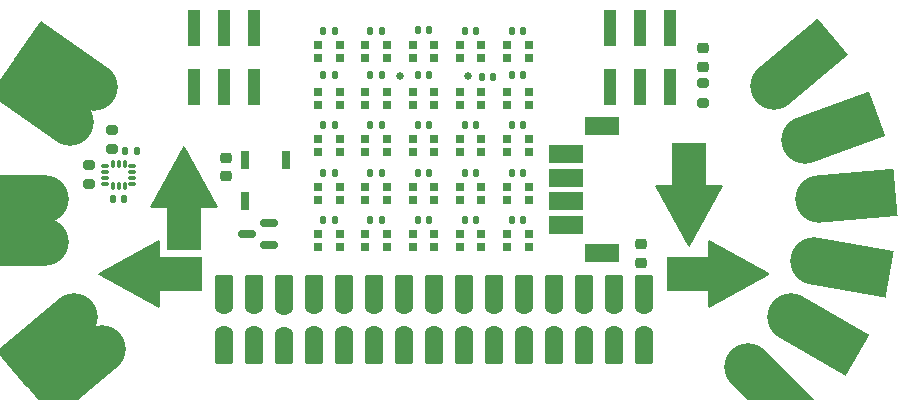
<source format=gbr>
%TF.GenerationSoftware,KiCad,Pcbnew,8.0.5-8.0.5-0~ubuntu22.04.1*%
%TF.CreationDate,2024-11-27T13:58:37+01:00*%
%TF.ProjectId,nerdYcontroller,6e657264-5963-46f6-9e74-726f6c6c6572,rev?*%
%TF.SameCoordinates,Original*%
%TF.FileFunction,Soldermask,Top*%
%TF.FilePolarity,Negative*%
%FSLAX46Y46*%
G04 Gerber Fmt 4.6, Leading zero omitted, Abs format (unit mm)*
G04 Created by KiCad (PCBNEW 8.0.5-8.0.5-0~ubuntu22.04.1) date 2024-11-27 13:58:37*
%MOMM*%
%LPD*%
G01*
G04 APERTURE LIST*
G04 Aperture macros list*
%AMRoundRect*
0 Rectangle with rounded corners*
0 $1 Rounding radius*
0 $2 $3 $4 $5 $6 $7 $8 $9 X,Y pos of 4 corners*
0 Add a 4 corners polygon primitive as box body*
4,1,4,$2,$3,$4,$5,$6,$7,$8,$9,$2,$3,0*
0 Add four circle primitives for the rounded corners*
1,1,$1+$1,$2,$3*
1,1,$1+$1,$4,$5*
1,1,$1+$1,$6,$7*
1,1,$1+$1,$8,$9*
0 Add four rect primitives between the rounded corners*
20,1,$1+$1,$2,$3,$4,$5,0*
20,1,$1+$1,$4,$5,$6,$7,0*
20,1,$1+$1,$6,$7,$8,$9,0*
20,1,$1+$1,$8,$9,$2,$3,0*%
%AMFreePoly0*
4,1,16,2.068441,2.822910,2.098225,2.768757,2.100000,2.750000,2.100000,-2.750000,2.080902,-2.808779,2.030902,-2.845106,1.969098,-2.845106,1.951808,-2.837622,-3.048192,-0.087622,-3.090491,-0.042561,-3.098225,0.018757,-3.068441,0.072910,-3.048192,0.087622,1.951808,2.837622,2.012515,2.849214,2.068441,2.822910,2.068441,2.822910,$1*%
%AMFreePoly1*
4,1,26,6.500000,-2.000000,0.000000,-2.000000,-0.284630,-1.979643,-0.563465,-1.918986,-0.830830,-1.819264,-1.081282,-1.682507,-1.309721,-1.511499,-1.511499,-1.309721,-1.682507,-1.081283,-1.819264,-0.830830,-1.918986,-0.563465,-1.979643,-0.284630,-2.000000,0.000000,-1.979643,0.284630,-1.918986,0.563465,-1.819264,0.830830,-1.682507,1.081282,-1.511499,1.309721,-1.309721,1.511499,-1.081283,1.682507,
-0.830830,1.819264,-0.563465,1.918986,-0.284630,1.979643,0.000000,2.000000,6.500000,2.000000,6.500000,-2.000000,6.500000,-2.000000,$1*%
%AMFreePoly2*
4,1,35,6.858779,1.980902,6.895106,1.930901,6.900000,1.900000,6.900000,-1.900000,6.880902,-1.958779,6.830902,-1.995106,6.800000,-2.000000,0.000000,-2.000000,-0.284630,-1.979643,-0.563465,-1.918986,-0.830830,-1.819264,-1.081282,-1.682507,-1.309721,-1.511499,-1.511499,-1.309721,-1.682507,-1.081283,-1.819264,-0.830830,-1.918986,-0.563465,-1.979643,-0.284630,-2.000000,0.000000,-1.979643,0.284630,
-1.918986,0.563465,-1.819264,0.830830,-1.682507,1.081282,-1.511499,1.309721,-1.309721,1.511499,-1.081283,1.682507,-0.830830,1.819264,-0.563465,1.918986,-0.284630,1.979643,-0.267027,1.980902,-0.138852,1.990069,-0.133394,1.994260,-0.100000,2.000000,6.800000,2.000000,6.858779,1.980902,6.858779,1.980902,$1*%
G04 Aperture macros list end*
%ADD10RoundRect,0.140000X0.140000X0.170000X-0.140000X0.170000X-0.140000X-0.170000X0.140000X-0.170000X0*%
%ADD11FreePoly0,270.000000*%
%ADD12R,3.000000X3.700200*%
%ADD13R,0.700000X0.700000*%
%ADD14C,1.600000*%
%ADD15RoundRect,0.102000X-0.635000X-1.145000X0.635000X-1.145000X0.635000X1.145000X-0.635000X1.145000X0*%
%ADD16R,1.000000X3.150000*%
%ADD17FreePoly1,40.000000*%
%ADD18RoundRect,0.087500X-0.225000X-0.087500X0.225000X-0.087500X0.225000X0.087500X-0.225000X0.087500X0*%
%ADD19RoundRect,0.087500X-0.087500X-0.225000X0.087500X-0.225000X0.087500X0.225000X-0.087500X0.225000X0*%
%ADD20FreePoly2,220.000000*%
%ADD21FreePoly0,0.000000*%
%ADD22R,3.700200X3.000000*%
%ADD23RoundRect,0.140000X-0.140000X-0.170000X0.140000X-0.170000X0.140000X0.170000X-0.140000X0.170000X0*%
%ADD24RoundRect,0.218750X-0.256250X0.218750X-0.256250X-0.218750X0.256250X-0.218750X0.256250X0.218750X0*%
%ADD25FreePoly1,315.000000*%
%ADD26RoundRect,0.225000X0.250000X-0.225000X0.250000X0.225000X-0.250000X0.225000X-0.250000X-0.225000X0*%
%ADD27R,0.800000X1.500000*%
%ADD28R,3.000000X1.500000*%
%ADD29R,3.000000X1.600000*%
%ADD30RoundRect,0.200000X0.275000X-0.200000X0.275000X0.200000X-0.275000X0.200000X-0.275000X-0.200000X0*%
%ADD31FreePoly2,145.000000*%
%ADD32RoundRect,0.225000X-0.250000X0.225000X-0.250000X-0.225000X0.250000X-0.225000X0.250000X0.225000X0*%
%ADD33FreePoly1,350.000000*%
%ADD34FreePoly0,90.000000*%
%ADD35FreePoly2,180.000000*%
%ADD36FreePoly1,20.000000*%
%ADD37RoundRect,0.200000X-0.275000X0.200000X-0.275000X-0.200000X0.275000X-0.200000X0.275000X0.200000X0*%
%ADD38FreePoly1,5.000000*%
%ADD39FreePoly0,180.000000*%
%ADD40RoundRect,0.150000X0.587500X0.150000X-0.587500X0.150000X-0.587500X-0.150000X0.587500X-0.150000X0*%
%ADD41FreePoly1,330.000000*%
%ADD42C,0.650000*%
G04 APERTURE END LIST*
D10*
%TO.C,C401*%
X7569710Y15250000D03*
X6609710Y15250000D03*
%TD*%
D11*
%TO.C,A302*%
X-21200000Y2350000D03*
D12*
X-21200000Y-1450100D03*
%TD*%
D13*
%TO.C,D408*%
X4004710Y8947876D03*
X4004710Y10047876D03*
X2174710Y10047876D03*
X2174710Y8947876D03*
%TD*%
%TO.C,D406*%
X4710Y8947876D03*
X4710Y10047876D03*
X-1825290Y10047876D03*
X-1825290Y8947876D03*
%TD*%
%TO.C,D419*%
X4004710Y947876D03*
X4004710Y2047876D03*
X2174710Y2047876D03*
X2174710Y947876D03*
%TD*%
D14*
%TO.C,J304*%
X17780000Y-10470000D03*
D15*
X17780000Y-11725000D03*
X17780000Y-6675000D03*
D14*
X17780000Y-7930000D03*
X15240000Y-10470000D03*
D15*
X15240000Y-11725000D03*
X15240000Y-6675000D03*
D14*
X15240000Y-7930000D03*
X12700000Y-10470000D03*
D15*
X12700000Y-11725000D03*
X12700000Y-6675000D03*
D14*
X12700000Y-7930000D03*
X10160000Y-10470000D03*
D15*
X10160000Y-11725000D03*
X10160000Y-6675000D03*
D14*
X10160000Y-7930000D03*
X7620000Y-10470000D03*
D15*
X7620000Y-11725000D03*
X7620000Y-6675000D03*
D14*
X7620000Y-7930000D03*
X5080000Y-10470000D03*
D15*
X5080000Y-11725000D03*
X5080000Y-6675000D03*
D14*
X5080000Y-7930000D03*
X2540000Y-10470000D03*
D15*
X2540000Y-11725000D03*
X2540000Y-6675000D03*
D14*
X2540000Y-7930000D03*
X0Y-10470000D03*
D15*
X0Y-11725000D03*
X0Y-6675000D03*
D14*
X0Y-7930000D03*
X-2540000Y-10470000D03*
D15*
X-2540000Y-11725000D03*
X-2540000Y-6675000D03*
D14*
X-2540000Y-7930000D03*
X-5080000Y-10470000D03*
D15*
X-5080000Y-11725000D03*
X-5080000Y-6675000D03*
D14*
X-5080000Y-7930000D03*
X-7620000Y-10470000D03*
D15*
X-7620000Y-11725000D03*
X-7620000Y-6675000D03*
D14*
X-7620000Y-7930000D03*
X-10160000Y-10470000D03*
D15*
X-10160000Y-11725000D03*
X-10160000Y-6675000D03*
D14*
X-10160000Y-7930000D03*
X-12700000Y-10580000D03*
D15*
X-12700000Y-11725000D03*
X-12700000Y-6675000D03*
D14*
X-12700000Y-8040000D03*
X-15240000Y-10470000D03*
D15*
X-15240000Y-11725000D03*
X-15240000Y-6675000D03*
D14*
X-15240000Y-7930000D03*
X-17780000Y-10470000D03*
D15*
X-17780000Y-11725000D03*
X-17780000Y-6675000D03*
D14*
X-17780000Y-7930000D03*
%TD*%
D16*
%TO.C,J302*%
X14860000Y10475000D03*
X14860000Y15525000D03*
X17400000Y10475000D03*
X17400000Y15525000D03*
X19940000Y10475000D03*
X19940000Y15525000D03*
%TD*%
D13*
%TO.C,D421*%
X6174710Y-1952124D03*
X6174710Y-3052124D03*
X8004710Y-3052124D03*
X8004710Y-1952124D03*
%TD*%
D17*
%TO.C,GP0*%
X28800000Y10600000D03*
%TD*%
D10*
%TO.C,C412*%
X3569710Y7250000D03*
X2609710Y7250000D03*
%TD*%
D13*
%TO.C,D414*%
X-5825290Y6047876D03*
X-5825290Y4947876D03*
X-3995290Y4947876D03*
X-3995290Y6047876D03*
%TD*%
D18*
%TO.C,U301*%
X-27862500Y3800000D03*
X-27862500Y3300000D03*
X-27862500Y2800000D03*
X-27862500Y2300000D03*
D19*
X-27200000Y2137500D03*
X-26700000Y2137500D03*
X-26200000Y2137500D03*
D18*
X-25537500Y2300000D03*
X-25537500Y2800000D03*
X-25537500Y3300000D03*
X-25537500Y3800000D03*
D19*
X-26200000Y3962500D03*
X-26700000Y3962500D03*
X-27200000Y3962500D03*
%TD*%
D13*
%TO.C,D409*%
X-9825290Y14047876D03*
X-9825290Y12947876D03*
X-7995290Y12947876D03*
X-7995290Y14047876D03*
%TD*%
D16*
%TO.C,J301*%
X-15260000Y15525000D03*
X-15260000Y10475000D03*
X-17800000Y15525000D03*
X-17800000Y10475000D03*
X-20340000Y15525000D03*
X-20340000Y10475000D03*
%TD*%
D13*
%TO.C,D424*%
X-5825290Y-1952124D03*
X-5825290Y-3052124D03*
X-3995290Y-3052124D03*
X-3995290Y-1952124D03*
%TD*%
D20*
%TO.C,VBUS301*%
X-28134019Y-11703993D03*
X-30448055Y-8946233D03*
%TD*%
D10*
%TO.C,C301*%
X-25170000Y5050000D03*
X-26130000Y5050000D03*
%TD*%
D21*
%TO.C,A301*%
X-25350000Y-5308000D03*
D22*
X-21549900Y-5308000D03*
%TD*%
D13*
%TO.C,D416*%
X-7995290Y947876D03*
X-7995290Y2047876D03*
X-9825290Y2047876D03*
X-9825290Y947876D03*
%TD*%
D10*
%TO.C,C302*%
X-26250000Y1050000D03*
X-27210000Y1050000D03*
%TD*%
D23*
%TO.C,C406*%
X-1390290Y11497876D03*
X-430290Y11497876D03*
%TD*%
D13*
%TO.C,D422*%
X2174710Y-1952124D03*
X2174710Y-3052124D03*
X4004710Y-3052124D03*
X4004710Y-1952124D03*
%TD*%
D10*
%TO.C,C405*%
X-430290Y15282000D03*
X-1390290Y15282000D03*
%TD*%
D24*
%TO.C,D301*%
X22800000Y13787500D03*
X22800000Y12212500D03*
%TD*%
D13*
%TO.C,D423*%
X-1825290Y-1952124D03*
X-1825290Y-3052124D03*
X4710Y-3052124D03*
X4710Y-1952124D03*
%TD*%
D10*
%TO.C,C409*%
X-8430290Y15250000D03*
X-9390290Y15250000D03*
%TD*%
%TO.C,C415*%
X-8430290Y7250000D03*
X-9390290Y7250000D03*
%TD*%
D25*
%TO.C,GP19*%
X26600000Y-13200000D03*
%TD*%
D23*
%TO.C,C417*%
X-5390290Y3250000D03*
X-4430290Y3250000D03*
%TD*%
D26*
%TO.C,C101*%
X17500000Y-4375000D03*
X17500000Y-2825000D03*
%TD*%
D23*
%TO.C,C408*%
X4050000Y11300000D03*
X5010000Y11300000D03*
%TD*%
%TO.C,C419*%
X2609710Y3250000D03*
X3569710Y3250000D03*
%TD*%
D27*
%TO.C,BZ301*%
X-16000000Y4350000D03*
X-16000000Y850000D03*
X-12500000Y4350000D03*
%TD*%
D28*
%TO.C,J303*%
X11200000Y4800000D03*
X11200000Y2800000D03*
X11200000Y800000D03*
X11200000Y-1200000D03*
D29*
X14200000Y7150000D03*
X14200000Y-3550000D03*
%TD*%
D23*
%TO.C,C416*%
X-9390290Y3250000D03*
X-8430290Y3250000D03*
%TD*%
D30*
%TO.C,R309*%
X22800000Y9175000D03*
X22800000Y10825000D03*
%TD*%
D31*
%TO.C,GND301*%
X-30832438Y7525526D03*
X-28767562Y10474474D03*
%TD*%
D32*
%TO.C,C305*%
X-17650000Y4475000D03*
X-17650000Y2925000D03*
%TD*%
D13*
%TO.C,D413*%
X-1825290Y6047876D03*
X-1825290Y4947876D03*
X4710Y4947876D03*
X4710Y6047876D03*
%TD*%
D10*
%TO.C,C411*%
X7569710Y7250000D03*
X6609710Y7250000D03*
%TD*%
D33*
%TO.C,GP3*%
X32200000Y-4200000D03*
%TD*%
D10*
%TO.C,C421*%
X7569710Y-750000D03*
X6609710Y-750000D03*
%TD*%
D13*
%TO.C,D407*%
X-5825290Y14047876D03*
X-5825290Y12947876D03*
X-3995290Y12947876D03*
X-3995290Y14047876D03*
%TD*%
D34*
%TO.C,A304*%
X21600000Y75000D03*
D12*
X21600000Y3875100D03*
%TD*%
D23*
%TO.C,C418*%
X-1390290Y3250000D03*
X-430290Y3250000D03*
%TD*%
D13*
%TO.C,D411*%
X6174710Y6047876D03*
X6174710Y4947876D03*
X8004710Y4947876D03*
X8004710Y6047876D03*
%TD*%
%TO.C,D401*%
X6174710Y14047876D03*
X6174710Y12947876D03*
X8004710Y12947876D03*
X8004710Y14047876D03*
%TD*%
D35*
%TO.C,3V3*%
X-32900901Y-2600000D03*
X-32900901Y1000000D03*
%TD*%
D13*
%TO.C,D404*%
X-3995290Y8947876D03*
X-3995290Y10047876D03*
X-5825290Y10047876D03*
X-5825290Y8947876D03*
%TD*%
D36*
%TO.C,GP1*%
X31400000Y6000000D03*
%TD*%
D30*
%TO.C,R301*%
X-29250000Y2250000D03*
X-29250000Y3900000D03*
%TD*%
D13*
%TO.C,D415*%
X-9825290Y6047876D03*
X-9825290Y4947876D03*
X-7995290Y4947876D03*
X-7995290Y6047876D03*
%TD*%
D23*
%TO.C,C410*%
X6609710Y11497876D03*
X7569710Y11497876D03*
%TD*%
D13*
%TO.C,D417*%
X-3995290Y947876D03*
X-3995290Y2047876D03*
X-5825290Y2047876D03*
X-5825290Y947876D03*
%TD*%
%TO.C,D405*%
X-1825290Y14047876D03*
X-1825290Y12947876D03*
X4710Y12947876D03*
X4710Y14047876D03*
%TD*%
D37*
%TO.C,R302*%
X-27300000Y6875000D03*
X-27300000Y5225000D03*
%TD*%
D13*
%TO.C,D425*%
X-9825290Y-1952124D03*
X-9825290Y-3052124D03*
X-7995290Y-3052124D03*
X-7995290Y-1952124D03*
%TD*%
D10*
%TO.C,C413*%
X-430290Y7250000D03*
X-1390290Y7250000D03*
%TD*%
D13*
%TO.C,D420*%
X8004710Y947876D03*
X8004710Y2047876D03*
X6174710Y2047876D03*
X6174710Y947876D03*
%TD*%
D10*
%TO.C,C407*%
X-4430290Y15250000D03*
X-5390290Y15250000D03*
%TD*%
D13*
%TO.C,D403*%
X2174710Y14047876D03*
X2174710Y12947876D03*
X4004710Y12947876D03*
X4004710Y14047876D03*
%TD*%
D38*
%TO.C,GP2*%
X32600000Y1000000D03*
%TD*%
D10*
%TO.C,C403*%
X3569710Y15250000D03*
X2609710Y15250000D03*
%TD*%
D39*
%TO.C,A303*%
X25350000Y-5308000D03*
D22*
X21549900Y-5308000D03*
%TD*%
D10*
%TO.C,C425*%
X-8430290Y-750000D03*
X-9390290Y-750000D03*
%TD*%
%TO.C,C423*%
X-430290Y-750000D03*
X-1390290Y-750000D03*
%TD*%
D13*
%TO.C,D410*%
X8004710Y8947876D03*
X8004710Y10047876D03*
X6174710Y10047876D03*
X6174710Y8947876D03*
%TD*%
D23*
%TO.C,C420*%
X6609710Y3250000D03*
X7569710Y3250000D03*
%TD*%
%TO.C,C402*%
X-9390290Y11497876D03*
X-8430290Y11497876D03*
%TD*%
D13*
%TO.C,D402*%
X-7995290Y8947876D03*
X-7995290Y10047876D03*
X-9825290Y10047876D03*
X-9825290Y8947876D03*
%TD*%
%TO.C,D412*%
X2174710Y6047876D03*
X2174710Y4947876D03*
X4004710Y4947876D03*
X4004710Y6047876D03*
%TD*%
D10*
%TO.C,C422*%
X3569710Y-750000D03*
X2609710Y-750000D03*
%TD*%
D13*
%TO.C,D418*%
X4710Y947876D03*
X4710Y2047876D03*
X-1825290Y2047876D03*
X-1825290Y947876D03*
%TD*%
D40*
%TO.C,Q301*%
X-13962500Y-2912500D03*
X-13962500Y-1012500D03*
X-15837500Y-1962500D03*
%TD*%
D10*
%TO.C,C424*%
X-4430290Y-750000D03*
X-5390290Y-750000D03*
%TD*%
D23*
%TO.C,C404*%
X-5390290Y11497876D03*
X-4430290Y11497876D03*
%TD*%
D10*
%TO.C,C414*%
X-4430290Y7250000D03*
X-5390290Y7250000D03*
%TD*%
D41*
%TO.C,GP22*%
X30200000Y-9000000D03*
%TD*%
D42*
%TO.C,P201*%
X-2890000Y11395000D03*
X2890000Y11395000D03*
%TD*%
M02*

</source>
